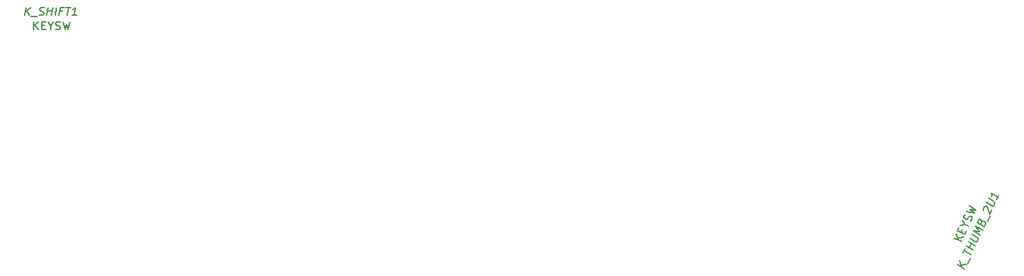
<source format=gbr>
G04 #@! TF.GenerationSoftware,KiCad,Pcbnew,(5.0.2)-1*
G04 #@! TF.CreationDate,2020-01-03T19:41:44+05:30*
G04 #@! TF.ProjectId,ergocape,6572676f-6361-4706-952e-6b696361645f,rev?*
G04 #@! TF.SameCoordinates,Original*
G04 #@! TF.FileFunction,Other,Comment*
%FSLAX46Y46*%
G04 Gerber Fmt 4.6, Leading zero omitted, Abs format (unit mm)*
G04 Created by KiCad (PCBNEW (5.0.2)-1) date 1/3/2020 7:41:44 PM*
%MOMM*%
%LPD*%
G01*
G04 APERTURE LIST*
%ADD10C,0.150000*%
G04 APERTURE END LIST*
G04 #@! TO.C,K_SHIFT1*
D10*
X49914598Y-100464880D02*
X50039598Y-99464880D01*
X50486026Y-100464880D02*
X50128883Y-99893452D01*
X50611026Y-99464880D02*
X49968169Y-100036309D01*
X50664598Y-100560119D02*
X51426502Y-100560119D01*
X51634836Y-100417261D02*
X51771741Y-100464880D01*
X52009836Y-100464880D01*
X52111026Y-100417261D01*
X52164598Y-100369642D01*
X52224122Y-100274404D01*
X52236026Y-100179166D01*
X52200312Y-100083928D01*
X52158645Y-100036309D01*
X52069360Y-99988690D01*
X51884836Y-99941071D01*
X51795550Y-99893452D01*
X51753883Y-99845833D01*
X51718169Y-99750595D01*
X51730074Y-99655357D01*
X51789598Y-99560119D01*
X51843169Y-99512500D01*
X51944360Y-99464880D01*
X52182455Y-99464880D01*
X52319360Y-99512500D01*
X52628883Y-100464880D02*
X52753883Y-99464880D01*
X52694360Y-99941071D02*
X53265788Y-99941071D01*
X53200312Y-100464880D02*
X53325312Y-99464880D01*
X53676502Y-100464880D02*
X53801502Y-99464880D01*
X54551502Y-99941071D02*
X54218169Y-99941071D01*
X54152693Y-100464880D02*
X54277693Y-99464880D01*
X54753883Y-99464880D01*
X54991979Y-99464880D02*
X55563407Y-99464880D01*
X55152693Y-100464880D02*
X55277693Y-99464880D01*
X56295550Y-100464880D02*
X55724122Y-100464880D01*
X56009836Y-100464880D02*
X56134836Y-99464880D01*
X56021741Y-99607738D01*
X55914598Y-99702976D01*
X55813407Y-99750595D01*
X50990773Y-102242880D02*
X50990773Y-101242880D01*
X51562202Y-102242880D02*
X51133630Y-101671452D01*
X51562202Y-101242880D02*
X50990773Y-101814309D01*
X51990773Y-101719071D02*
X52324107Y-101719071D01*
X52466964Y-102242880D02*
X51990773Y-102242880D01*
X51990773Y-101242880D01*
X52466964Y-101242880D01*
X53086011Y-101766690D02*
X53086011Y-102242880D01*
X52752678Y-101242880D02*
X53086011Y-101766690D01*
X53419345Y-101242880D01*
X53705059Y-102195261D02*
X53847916Y-102242880D01*
X54086011Y-102242880D01*
X54181250Y-102195261D01*
X54228869Y-102147642D01*
X54276488Y-102052404D01*
X54276488Y-101957166D01*
X54228869Y-101861928D01*
X54181250Y-101814309D01*
X54086011Y-101766690D01*
X53895535Y-101719071D01*
X53800297Y-101671452D01*
X53752678Y-101623833D01*
X53705059Y-101528595D01*
X53705059Y-101433357D01*
X53752678Y-101338119D01*
X53800297Y-101290500D01*
X53895535Y-101242880D01*
X54133630Y-101242880D01*
X54276488Y-101290500D01*
X54609821Y-101242880D02*
X54847916Y-102242880D01*
X55038392Y-101528595D01*
X55228869Y-102242880D01*
X55466964Y-101242880D01*
G04 #@! TO.C,K_THUMB_2U1*
X165885935Y-131795947D02*
X165032455Y-131260040D01*
X166127431Y-131278057D02*
X165458606Y-131360242D01*
X165273951Y-130742150D02*
X165520158Y-131566273D01*
X166289214Y-131156466D02*
X166611209Y-130465945D01*
X165716694Y-129792685D02*
X165958190Y-129274795D01*
X166690922Y-130069647D02*
X165837442Y-129533740D01*
X166952543Y-129508599D02*
X166099063Y-128972692D01*
X166505482Y-129227886D02*
X166746978Y-128709996D01*
X167194039Y-128990709D02*
X166340559Y-128454802D01*
X166541805Y-128023227D02*
X167232718Y-128457056D01*
X167334127Y-128464937D01*
X167394893Y-128447299D01*
X167475785Y-128386504D01*
X167556283Y-128213874D01*
X167555891Y-128102039D01*
X167535374Y-128033362D01*
X167474214Y-127939166D01*
X166783302Y-127505337D01*
X167838029Y-127609668D02*
X166984548Y-127073762D01*
X167735050Y-127154450D01*
X167266294Y-126469556D01*
X168119774Y-127005463D01*
X168014833Y-125991072D02*
X168115849Y-125887119D01*
X168176615Y-125869481D01*
X168278024Y-125877362D01*
X168399950Y-125953920D01*
X168461109Y-126048117D01*
X168481626Y-126116794D01*
X168482019Y-126228628D01*
X168321021Y-126573888D01*
X167467541Y-126037981D01*
X167608413Y-125735879D01*
X167689305Y-125675083D01*
X167750071Y-125657445D01*
X167851480Y-125665326D01*
X167932764Y-125716365D01*
X167993923Y-125810561D01*
X168014440Y-125879238D01*
X168014833Y-125991072D01*
X167873960Y-126293175D01*
X168724300Y-125934407D02*
X169046295Y-125243886D01*
X168273313Y-124535350D02*
X168252796Y-124466673D01*
X168252403Y-124354838D01*
X168353027Y-124139051D01*
X168433918Y-124078255D01*
X168494684Y-124060617D01*
X168596093Y-124068498D01*
X168677377Y-124119537D01*
X168779178Y-124239252D01*
X169025385Y-125063375D01*
X169287006Y-124502327D01*
X168614647Y-123578003D02*
X169305560Y-124011832D01*
X169406969Y-124019713D01*
X169467735Y-124002075D01*
X169548627Y-123941280D01*
X169629125Y-123768650D01*
X169628733Y-123656815D01*
X169608216Y-123588138D01*
X169547056Y-123493942D01*
X168856144Y-123060113D01*
X170132242Y-122689712D02*
X169890746Y-123207602D01*
X170011494Y-122948657D02*
X169158014Y-122412750D01*
X169239690Y-122575623D01*
X169280725Y-122712977D01*
X169281117Y-122824811D01*
X165504132Y-128407622D02*
X164597824Y-127985003D01*
X165745628Y-127889731D02*
X165046616Y-128036653D01*
X164839320Y-127467113D02*
X165115714Y-128226499D01*
X165452017Y-127279942D02*
X165592890Y-126977840D01*
X166127997Y-127069739D02*
X165926750Y-127501314D01*
X165020442Y-127078696D01*
X165221689Y-126647120D01*
X165958042Y-126307444D02*
X166389618Y-126508691D01*
X165342437Y-126388175D02*
X165958042Y-126307444D01*
X165624182Y-125783970D01*
X166608081Y-125927519D02*
X166711612Y-125818171D01*
X166812236Y-125602383D01*
X166809328Y-125495943D01*
X166786295Y-125432661D01*
X166720104Y-125349254D01*
X166633789Y-125309005D01*
X166527350Y-125311913D01*
X166464068Y-125334946D01*
X166380661Y-125401136D01*
X166257004Y-125553642D01*
X166173598Y-125619832D01*
X166110315Y-125642865D01*
X166003876Y-125645773D01*
X165917561Y-125605524D01*
X165851370Y-125522117D01*
X165828337Y-125458835D01*
X165825429Y-125352395D01*
X165926053Y-125136607D01*
X166029584Y-125027260D01*
X166127299Y-124705032D02*
X167134231Y-124911863D01*
X166567367Y-124437363D01*
X167295228Y-124566603D01*
X166489544Y-123928197D01*
G04 #@! TD*
M02*

</source>
